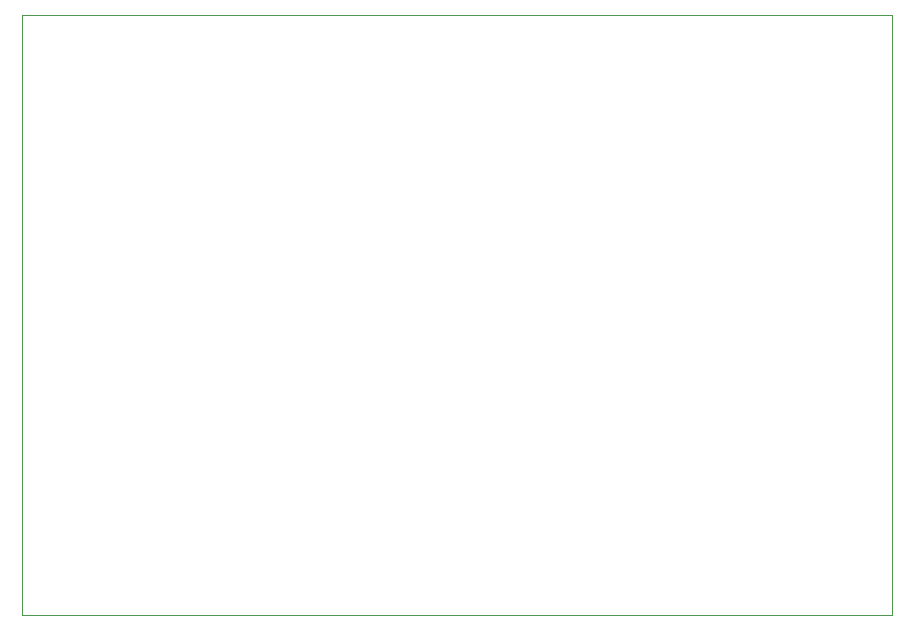
<source format=gbr>
%TF.GenerationSoftware,KiCad,Pcbnew,(6.0.5-0)*%
%TF.CreationDate,2022-06-17T15:09:36-06:00*%
%TF.ProjectId,ESP32,45535033-322e-46b6-9963-61645f706362,rev?*%
%TF.SameCoordinates,Original*%
%TF.FileFunction,Profile,NP*%
%FSLAX46Y46*%
G04 Gerber Fmt 4.6, Leading zero omitted, Abs format (unit mm)*
G04 Created by KiCad (PCBNEW (6.0.5-0)) date 2022-06-17 15:09:36*
%MOMM*%
%LPD*%
G01*
G04 APERTURE LIST*
%TA.AperFunction,Profile*%
%ADD10C,0.100000*%
%TD*%
G04 APERTURE END LIST*
D10*
X116840000Y-83820000D02*
X190500000Y-83820000D01*
X190500000Y-83820000D02*
X190500000Y-134620000D01*
X190500000Y-134620000D02*
X116840000Y-134620000D01*
X116840000Y-134620000D02*
X116840000Y-83820000D01*
M02*

</source>
